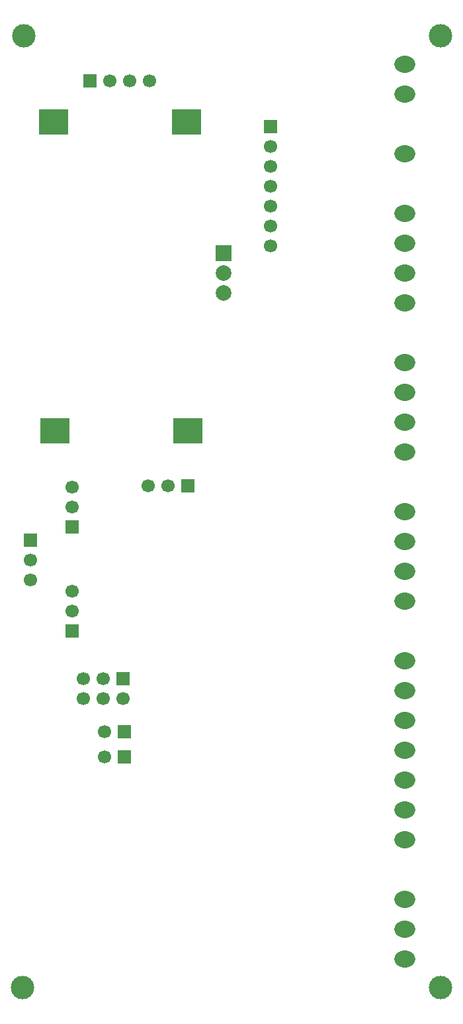
<source format=gbr>
G04 DipTrace 3.3.1.3*
G04 TopMask.gbr*
%MOIN*%
G04 #@! TF.FileFunction,Soldermask,Top*
G04 #@! TF.Part,Single*
%AMOUTLINE4*
4,1,20,
0.0,0.043339,
0.016215,0.041284,
0.030941,0.035282,
0.042783,0.025807,
0.050522,0.013657,
0.053226,0.0,
0.050522,-0.013657,
0.042783,-0.025807,
0.030941,-0.035282,
0.016215,-0.041284,
0.0,-0.043339,
-0.016215,-0.041284,
-0.030941,-0.035282,
-0.042783,-0.025807,
-0.050522,-0.013657,
-0.053226,0.0,
-0.050522,0.013657,
-0.042783,0.025807,
-0.030941,0.035282,
-0.016215,0.041284,
0.0,0.043339,
0*%
%ADD42C,0.11811*%
%ADD48C,0.07874*%
%ADD50R,0.07874X0.07874*%
%ADD54R,0.145669X0.125984*%
%ADD72C,0.066929*%
%ADD74R,0.066929X0.066929*%
%ADD91OUTLINE4*%
%FSLAX26Y26*%
G04*
G70*
G90*
G75*
G01*
G04 TopMask*
%LPD*%
D42*
X506202Y5287450D3*
X499951Y499950D3*
X2606202Y5287450D3*
Y499951D3*
D74*
X1749951Y4831201D3*
D72*
Y4731201D3*
Y4631201D3*
Y4531201D3*
Y4431201D3*
Y4331201D3*
Y4231201D3*
D74*
X1006202Y2056201D3*
D72*
Y1956201D3*
X906202Y2056201D3*
Y1956201D3*
X806202Y2056201D3*
Y1956201D3*
D74*
X837450Y5062450D3*
D72*
X937450D3*
X1037450D3*
X1137450D3*
D74*
X537451Y2749951D3*
D72*
Y2649951D3*
Y2549951D3*
D74*
X1012451Y1787450D3*
D72*
X912451D3*
D74*
X1012451Y1662450D3*
D72*
X912451D3*
D74*
X1331202Y3024950D3*
D72*
X1231202D3*
X1131202D3*
D74*
X749951Y2293701D3*
D72*
Y2393701D3*
Y2493701D3*
D74*
Y2818701D3*
D72*
Y2918701D3*
Y3018701D3*
D54*
X1331202Y3299951D3*
X1324942Y4856211D3*
X662462Y3299951D3*
X656202Y4856211D3*
D50*
X1512453Y4193699D3*
D48*
Y3993699D3*
Y4093699D3*
D91*
X2424951Y644735D3*
Y794735D3*
Y944735D3*
Y1244735D3*
Y1394735D3*
Y1544735D3*
Y1694735D3*
Y1844735D3*
Y1994735D3*
Y2144735D3*
Y2594735D3*
Y2444735D3*
Y2744735D3*
Y2894735D3*
Y3194735D3*
Y3344735D3*
Y3494735D3*
Y3644735D3*
Y3944735D3*
Y4094735D3*
Y4244735D3*
Y4394735D3*
Y4694735D3*
Y4994735D3*
Y5144735D3*
M02*

</source>
